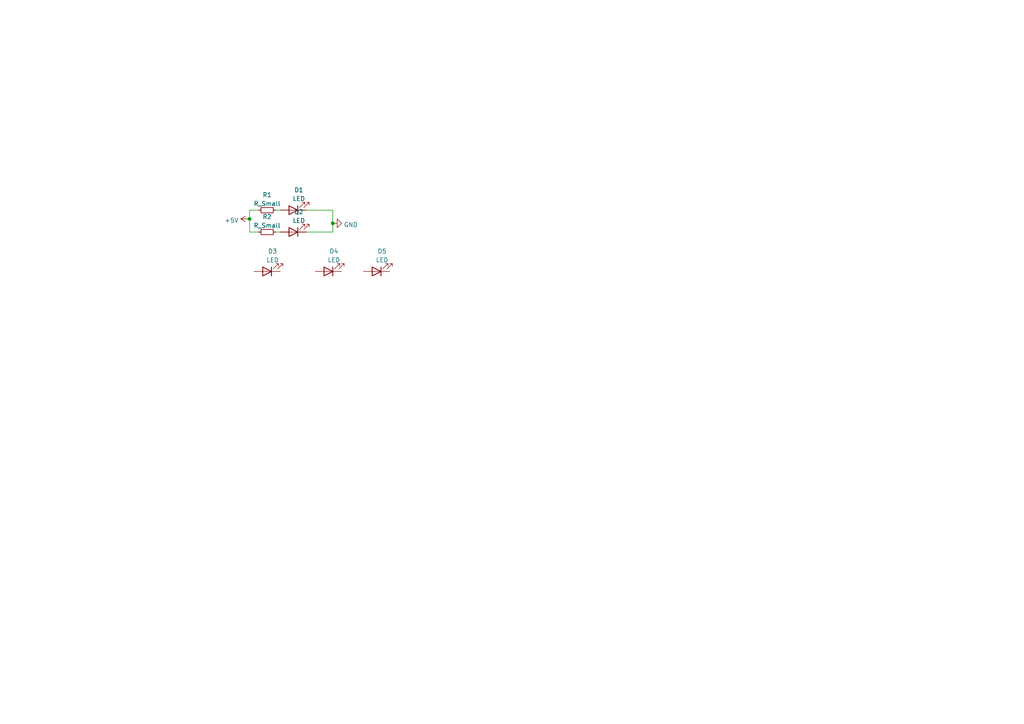
<source format=kicad_sch>
(kicad_sch (version 20211123) (generator eeschema)

  (uuid 142ccf60-469c-4884-a6fc-8e9a60bac0be)

  (paper "A4")

  (lib_symbols
    (symbol "Device:LED" (pin_numbers hide) (pin_names (offset 1.016) hide) (in_bom yes) (on_board yes)
      (property "Reference" "D" (id 0) (at 0 2.54 0)
        (effects (font (size 1.27 1.27)))
      )
      (property "Value" "LED" (id 1) (at 0 -2.54 0)
        (effects (font (size 1.27 1.27)))
      )
      (property "Footprint" "" (id 2) (at 0 0 0)
        (effects (font (size 1.27 1.27)) hide)
      )
      (property "Datasheet" "~" (id 3) (at 0 0 0)
        (effects (font (size 1.27 1.27)) hide)
      )
      (property "ki_keywords" "LED diode" (id 4) (at 0 0 0)
        (effects (font (size 1.27 1.27)) hide)
      )
      (property "ki_description" "Light emitting diode" (id 5) (at 0 0 0)
        (effects (font (size 1.27 1.27)) hide)
      )
      (property "ki_fp_filters" "LED* LED_SMD:* LED_THT:*" (id 6) (at 0 0 0)
        (effects (font (size 1.27 1.27)) hide)
      )
      (symbol "LED_0_1"
        (polyline
          (pts
            (xy -1.27 -1.27)
            (xy -1.27 1.27)
          )
          (stroke (width 0.254) (type default) (color 0 0 0 0))
          (fill (type none))
        )
        (polyline
          (pts
            (xy -1.27 0)
            (xy 1.27 0)
          )
          (stroke (width 0) (type default) (color 0 0 0 0))
          (fill (type none))
        )
        (polyline
          (pts
            (xy 1.27 -1.27)
            (xy 1.27 1.27)
            (xy -1.27 0)
            (xy 1.27 -1.27)
          )
          (stroke (width 0.254) (type default) (color 0 0 0 0))
          (fill (type none))
        )
        (polyline
          (pts
            (xy -3.048 -0.762)
            (xy -4.572 -2.286)
            (xy -3.81 -2.286)
            (xy -4.572 -2.286)
            (xy -4.572 -1.524)
          )
          (stroke (width 0) (type default) (color 0 0 0 0))
          (fill (type none))
        )
        (polyline
          (pts
            (xy -1.778 -0.762)
            (xy -3.302 -2.286)
            (xy -2.54 -2.286)
            (xy -3.302 -2.286)
            (xy -3.302 -1.524)
          )
          (stroke (width 0) (type default) (color 0 0 0 0))
          (fill (type none))
        )
      )
      (symbol "LED_1_1"
        (pin passive line (at -3.81 0 0) (length 2.54)
          (name "K" (effects (font (size 1.27 1.27))))
          (number "1" (effects (font (size 1.27 1.27))))
        )
        (pin passive line (at 3.81 0 180) (length 2.54)
          (name "A" (effects (font (size 1.27 1.27))))
          (number "2" (effects (font (size 1.27 1.27))))
        )
      )
    )
    (symbol "Device:R_Small" (pin_numbers hide) (pin_names (offset 0.254) hide) (in_bom yes) (on_board yes)
      (property "Reference" "R" (id 0) (at 0.762 0.508 0)
        (effects (font (size 1.27 1.27)) (justify left))
      )
      (property "Value" "R_Small" (id 1) (at 0.762 -1.016 0)
        (effects (font (size 1.27 1.27)) (justify left))
      )
      (property "Footprint" "" (id 2) (at 0 0 0)
        (effects (font (size 1.27 1.27)) hide)
      )
      (property "Datasheet" "~" (id 3) (at 0 0 0)
        (effects (font (size 1.27 1.27)) hide)
      )
      (property "ki_keywords" "R resistor" (id 4) (at 0 0 0)
        (effects (font (size 1.27 1.27)) hide)
      )
      (property "ki_description" "Resistor, small symbol" (id 5) (at 0 0 0)
        (effects (font (size 1.27 1.27)) hide)
      )
      (property "ki_fp_filters" "R_*" (id 6) (at 0 0 0)
        (effects (font (size 1.27 1.27)) hide)
      )
      (symbol "R_Small_0_1"
        (rectangle (start -0.762 1.778) (end 0.762 -1.778)
          (stroke (width 0.2032) (type default) (color 0 0 0 0))
          (fill (type none))
        )
      )
      (symbol "R_Small_1_1"
        (pin passive line (at 0 2.54 270) (length 0.762)
          (name "~" (effects (font (size 1.27 1.27))))
          (number "1" (effects (font (size 1.27 1.27))))
        )
        (pin passive line (at 0 -2.54 90) (length 0.762)
          (name "~" (effects (font (size 1.27 1.27))))
          (number "2" (effects (font (size 1.27 1.27))))
        )
      )
    )
    (symbol "power:+5V" (power) (pin_names (offset 0)) (in_bom yes) (on_board yes)
      (property "Reference" "#PWR" (id 0) (at 0 -3.81 0)
        (effects (font (size 1.27 1.27)) hide)
      )
      (property "Value" "+5V" (id 1) (at 0 3.556 0)
        (effects (font (size 1.27 1.27)))
      )
      (property "Footprint" "" (id 2) (at 0 0 0)
        (effects (font (size 1.27 1.27)) hide)
      )
      (property "Datasheet" "" (id 3) (at 0 0 0)
        (effects (font (size 1.27 1.27)) hide)
      )
      (property "ki_keywords" "power-flag" (id 4) (at 0 0 0)
        (effects (font (size 1.27 1.27)) hide)
      )
      (property "ki_description" "Power symbol creates a global label with name \"+5V\"" (id 5) (at 0 0 0)
        (effects (font (size 1.27 1.27)) hide)
      )
      (symbol "+5V_0_1"
        (polyline
          (pts
            (xy -0.762 1.27)
            (xy 0 2.54)
          )
          (stroke (width 0) (type default) (color 0 0 0 0))
          (fill (type none))
        )
        (polyline
          (pts
            (xy 0 0)
            (xy 0 2.54)
          )
          (stroke (width 0) (type default) (color 0 0 0 0))
          (fill (type none))
        )
        (polyline
          (pts
            (xy 0 2.54)
            (xy 0.762 1.27)
          )
          (stroke (width 0) (type default) (color 0 0 0 0))
          (fill (type none))
        )
      )
      (symbol "+5V_1_1"
        (pin power_in line (at 0 0 90) (length 0) hide
          (name "+5V" (effects (font (size 1.27 1.27))))
          (number "1" (effects (font (size 1.27 1.27))))
        )
      )
    )
    (symbol "power:GND" (power) (pin_names (offset 0)) (in_bom yes) (on_board yes)
      (property "Reference" "#PWR" (id 0) (at 0 -6.35 0)
        (effects (font (size 1.27 1.27)) hide)
      )
      (property "Value" "GND" (id 1) (at 0 -3.81 0)
        (effects (font (size 1.27 1.27)))
      )
      (property "Footprint" "" (id 2) (at 0 0 0)
        (effects (font (size 1.27 1.27)) hide)
      )
      (property "Datasheet" "" (id 3) (at 0 0 0)
        (effects (font (size 1.27 1.27)) hide)
      )
      (property "ki_keywords" "power-flag" (id 4) (at 0 0 0)
        (effects (font (size 1.27 1.27)) hide)
      )
      (property "ki_description" "Power symbol creates a global label with name \"GND\" , ground" (id 5) (at 0 0 0)
        (effects (font (size 1.27 1.27)) hide)
      )
      (symbol "GND_0_1"
        (polyline
          (pts
            (xy 0 0)
            (xy 0 -1.27)
            (xy 1.27 -1.27)
            (xy 0 -2.54)
            (xy -1.27 -1.27)
            (xy 0 -1.27)
          )
          (stroke (width 0) (type default) (color 0 0 0 0))
          (fill (type none))
        )
      )
      (symbol "GND_1_1"
        (pin power_in line (at 0 0 270) (length 0) hide
          (name "GND" (effects (font (size 1.27 1.27))))
          (number "1" (effects (font (size 1.27 1.27))))
        )
      )
    )
  )

  (junction (at 72.39 63.5) (diameter 0) (color 0 0 0 0)
    (uuid 1132b831-ac11-491b-b6b0-2000fbb61c38)
  )
  (junction (at 96.52 64.77) (diameter 0) (color 0 0 0 0)
    (uuid c9edd9ef-e5af-4e8f-8b22-c29926f7f08c)
  )

  (wire (pts (xy 80.01 60.96) (xy 81.28 60.96))
    (stroke (width 0) (type default) (color 0 0 0 0))
    (uuid 0d6ebcc2-ff0e-4329-b0b5-e504205ed55d)
  )
  (wire (pts (xy 96.52 64.77) (xy 96.52 67.31))
    (stroke (width 0) (type default) (color 0 0 0 0))
    (uuid 19eace19-5f71-4ea6-9672-e7e213f1a7b7)
  )
  (wire (pts (xy 96.52 67.31) (xy 88.9 67.31))
    (stroke (width 0) (type default) (color 0 0 0 0))
    (uuid 3008ac66-7827-4577-866d-525bb3b7393c)
  )
  (wire (pts (xy 96.52 60.96) (xy 96.52 64.77))
    (stroke (width 0) (type default) (color 0 0 0 0))
    (uuid 6073b698-6d3d-4ee4-9fce-80adbd7fe31b)
  )
  (wire (pts (xy 72.39 60.96) (xy 72.39 63.5))
    (stroke (width 0) (type default) (color 0 0 0 0))
    (uuid 7777b0ba-16c6-498a-b8c2-bffdb05d5afb)
  )
  (wire (pts (xy 72.39 63.5) (xy 72.39 67.31))
    (stroke (width 0) (type default) (color 0 0 0 0))
    (uuid 8a72ccb0-1e4a-4f59-9df9-a459d75c8bbe)
  )
  (wire (pts (xy 72.39 67.31) (xy 74.93 67.31))
    (stroke (width 0) (type default) (color 0 0 0 0))
    (uuid 94089221-f339-4077-9bcf-b0dceb3a1b13)
  )
  (wire (pts (xy 72.39 60.96) (xy 74.93 60.96))
    (stroke (width 0) (type default) (color 0 0 0 0))
    (uuid 9e1d4b6a-718e-4fdf-ad7a-e991349633de)
  )
  (wire (pts (xy 88.9 60.96) (xy 96.52 60.96))
    (stroke (width 0) (type default) (color 0 0 0 0))
    (uuid c4e50fab-31d9-4726-83e6-fc32776cb979)
  )
  (wire (pts (xy 80.01 67.31) (xy 81.28 67.31))
    (stroke (width 0) (type default) (color 0 0 0 0))
    (uuid db4ede47-9a45-4e8b-bb22-03f0a6082a86)
  )

  (symbol (lib_id "Device:LED") (at 95.25 78.74 180) (unit 1)
    (in_bom yes) (on_board yes) (fields_autoplaced)
    (uuid 1f98925c-dc2a-47a4-a0b2-aac2eba55c9e)
    (property "Reference" "D4" (id 0) (at 96.8375 72.8812 0))
    (property "Value" "LED" (id 1) (at 96.8375 75.4181 0))
    (property "Footprint" "LED_SMD:LED_0805_2012Metric_Pad1.15x1.40mm_HandSolder" (id 2) (at 95.25 78.74 0)
      (effects (font (size 1.27 1.27)) hide)
    )
    (property "Datasheet" "~" (id 3) (at 95.25 78.74 0)
      (effects (font (size 1.27 1.27)) hide)
    )
    (pin "1" (uuid a2edeec5-a5c0-4a6c-8200-428660be35b9))
    (pin "2" (uuid d676fdfa-ada1-4d34-9c67-54ef993f89ee))
  )

  (symbol (lib_id "Device:LED") (at 109.22 78.74 180) (unit 1)
    (in_bom yes) (on_board yes) (fields_autoplaced)
    (uuid 530c9832-96ca-43ae-8e01-af845304fd48)
    (property "Reference" "D5" (id 0) (at 110.8075 72.8812 0))
    (property "Value" "LED" (id 1) (at 110.8075 75.4181 0))
    (property "Footprint" "LED_SMD:LED_1206_3216Metric_Pad1.42x1.75mm_HandSolder" (id 2) (at 109.22 78.74 0)
      (effects (font (size 1.27 1.27)) hide)
    )
    (property "Datasheet" "~" (id 3) (at 109.22 78.74 0)
      (effects (font (size 1.27 1.27)) hide)
    )
    (pin "1" (uuid 626f1d32-06dc-46f0-af23-065a93ddec50))
    (pin "2" (uuid 722524a8-2610-489b-b883-ced98e5cd5fa))
  )

  (symbol (lib_id "power:GND") (at 96.52 64.77 90) (unit 1)
    (in_bom yes) (on_board yes) (fields_autoplaced)
    (uuid 55cdf5da-af35-4a54-9601-85fbd963568b)
    (property "Reference" "#PWR0101" (id 0) (at 102.87 64.77 0)
      (effects (font (size 1.27 1.27)) hide)
    )
    (property "Value" "GND" (id 1) (at 99.695 65.2038 90)
      (effects (font (size 1.27 1.27)) (justify right))
    )
    (property "Footprint" "" (id 2) (at 96.52 64.77 0)
      (effects (font (size 1.27 1.27)) hide)
    )
    (property "Datasheet" "" (id 3) (at 96.52 64.77 0)
      (effects (font (size 1.27 1.27)) hide)
    )
    (pin "1" (uuid eb096479-f1a0-4d72-be8a-300c6f0a1bbd))
  )

  (symbol (lib_id "power:+5V") (at 72.39 63.5 90) (unit 1)
    (in_bom yes) (on_board yes) (fields_autoplaced)
    (uuid 6e6bd64b-d4c4-41f7-b81b-c4ee3cdf6dc5)
    (property "Reference" "#PWR0102" (id 0) (at 76.2 63.5 0)
      (effects (font (size 1.27 1.27)) hide)
    )
    (property "Value" "+5V" (id 1) (at 69.2151 63.9338 90)
      (effects (font (size 1.27 1.27)) (justify left))
    )
    (property "Footprint" "" (id 2) (at 72.39 63.5 0)
      (effects (font (size 1.27 1.27)) hide)
    )
    (property "Datasheet" "" (id 3) (at 72.39 63.5 0)
      (effects (font (size 1.27 1.27)) hide)
    )
    (pin "1" (uuid 2252f6b9-d1b3-4531-81a7-fbd289aa45a9))
  )

  (symbol (lib_id "Device:R_Small") (at 77.47 60.96 90) (unit 1)
    (in_bom yes) (on_board yes) (fields_autoplaced)
    (uuid a16c9c01-f80a-4f76-b742-a3e02c8cdacf)
    (property "Reference" "R1" (id 0) (at 77.47 56.5236 90))
    (property "Value" "R_Small" (id 1) (at 77.47 59.0605 90))
    (property "Footprint" "Resistors_SMD:R_0603_HandSoldering" (id 2) (at 77.47 60.96 0)
      (effects (font (size 1.27 1.27)) hide)
    )
    (property "Datasheet" "~" (id 3) (at 77.47 60.96 0)
      (effects (font (size 1.27 1.27)) hide)
    )
    (pin "1" (uuid d4711c6e-8dcc-4ba5-a240-c1bc6f77dd27))
    (pin "2" (uuid 0971ddf6-ce79-44d1-8b36-5d25543a9c99))
  )

  (symbol (lib_id "Device:LED") (at 85.09 67.31 180) (unit 1)
    (in_bom yes) (on_board yes) (fields_autoplaced)
    (uuid aa95a5cd-c13d-49da-92a3-524e95f2dec5)
    (property "Reference" "D2" (id 0) (at 86.6775 61.4512 0))
    (property "Value" "LED" (id 1) (at 86.6775 63.9881 0))
    (property "Footprint" "LEDs:LED-3MM" (id 2) (at 85.09 67.31 0)
      (effects (font (size 1.27 1.27)) hide)
    )
    (property "Datasheet" "~" (id 3) (at 85.09 67.31 0)
      (effects (font (size 1.27 1.27)) hide)
    )
    (pin "1" (uuid be4e1cf9-fabb-43d6-93b0-3f3f4e2bd998))
    (pin "2" (uuid 2b5b3c2e-5092-4aed-ba6c-a0af624ed6db))
  )

  (symbol (lib_id "Device:LED") (at 77.47 78.74 180) (unit 1)
    (in_bom yes) (on_board yes) (fields_autoplaced)
    (uuid d515bf26-6802-41e5-80f5-3195fb5ae026)
    (property "Reference" "D3" (id 0) (at 79.0575 72.8812 0))
    (property "Value" "LED" (id 1) (at 79.0575 75.4181 0))
    (property "Footprint" "LED_SMD:LED_0603_1608Metric_Pad1.05x0.95mm_HandSolder" (id 2) (at 77.47 78.74 0)
      (effects (font (size 1.27 1.27)) hide)
    )
    (property "Datasheet" "~" (id 3) (at 77.47 78.74 0)
      (effects (font (size 1.27 1.27)) hide)
    )
    (pin "1" (uuid b0b5a1f0-dd37-401a-aa77-71d85642cb17))
    (pin "2" (uuid 92e6d0e1-4264-404c-9cf6-837c078d04d5))
  )

  (symbol (lib_id "Device:LED") (at 85.09 60.96 180) (unit 1)
    (in_bom yes) (on_board yes) (fields_autoplaced)
    (uuid d92564c9-1fab-4a94-85b5-c6c1fbdcc0af)
    (property "Reference" "D1" (id 0) (at 86.6775 55.1012 0))
    (property "Value" "LED" (id 1) (at 86.6775 57.6381 0))
    (property "Footprint" "LEDs:LED-3MM" (id 2) (at 85.09 60.96 0)
      (effects (font (size 1.27 1.27)) hide)
    )
    (property "Datasheet" "~" (id 3) (at 85.09 60.96 0)
      (effects (font (size 1.27 1.27)) hide)
    )
    (pin "1" (uuid 963bed1a-363b-47c1-b427-c4480cc72058))
    (pin "2" (uuid 7f3d9e3f-a754-4299-a9be-79ca19dd2bef))
  )

  (symbol (lib_id "Device:R_Small") (at 77.47 67.31 90) (unit 1)
    (in_bom yes) (on_board yes) (fields_autoplaced)
    (uuid fd3d82be-5842-474e-b4ee-93b9a411ad4e)
    (property "Reference" "R2" (id 0) (at 77.47 62.8736 90))
    (property "Value" "R_Small" (id 1) (at 77.47 65.4105 90))
    (property "Footprint" "Resistors_SMD:R_0603_HandSoldering" (id 2) (at 77.47 67.31 0)
      (effects (font (size 1.27 1.27)) hide)
    )
    (property "Datasheet" "~" (id 3) (at 77.47 67.31 0)
      (effects (font (size 1.27 1.27)) hide)
    )
    (pin "1" (uuid c2ea0c01-c2db-4ae6-acc9-c2e6da9cb78f))
    (pin "2" (uuid 1340e5e1-ead1-49e1-bb2c-11f91a6f9975))
  )

  (sheet_instances
    (path "/" (page "1"))
  )

  (symbol_instances
    (path "/55cdf5da-af35-4a54-9601-85fbd963568b"
      (reference "#PWR0101") (unit 1) (value "GND") (footprint "")
    )
    (path "/6e6bd64b-d4c4-41f7-b81b-c4ee3cdf6dc5"
      (reference "#PWR0102") (unit 1) (value "+5V") (footprint "")
    )
    (path "/d92564c9-1fab-4a94-85b5-c6c1fbdcc0af"
      (reference "D1") (unit 1) (value "LED") (footprint "LEDs:LED-3MM")
    )
    (path "/aa95a5cd-c13d-49da-92a3-524e95f2dec5"
      (reference "D2") (unit 1) (value "LED") (footprint "LEDs:LED-3MM")
    )
    (path "/d515bf26-6802-41e5-80f5-3195fb5ae026"
      (reference "D3") (unit 1) (value "LED") (footprint "LED_SMD:LED_0603_1608Metric_Pad1.05x0.95mm_HandSolder")
    )
    (path "/1f98925c-dc2a-47a4-a0b2-aac2eba55c9e"
      (reference "D4") (unit 1) (value "LED") (footprint "LED_SMD:LED_0805_2012Metric_Pad1.15x1.40mm_HandSolder")
    )
    (path "/530c9832-96ca-43ae-8e01-af845304fd48"
      (reference "D5") (unit 1) (value "LED") (footprint "LED_SMD:LED_1206_3216Metric_Pad1.42x1.75mm_HandSolder")
    )
    (path "/a16c9c01-f80a-4f76-b742-a3e02c8cdacf"
      (reference "R1") (unit 1) (value "R_Small") (footprint "Resistors_SMD:R_0603_HandSoldering")
    )
    (path "/fd3d82be-5842-474e-b4ee-93b9a411ad4e"
      (reference "R2") (unit 1) (value "R_Small") (footprint "Resistors_SMD:R_0603_HandSoldering")
    )
  )
)

</source>
